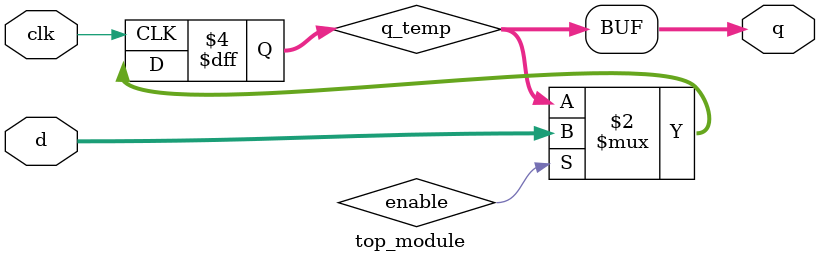
<source format=sv>
module top_module(
    input clk,
    input [7:0] d,
    output reg [7:0] q
);

reg [7:0] q_temp;

always @(posedge clk) begin
    if (enable) begin
        q_temp <= d;
    end
end

assign q = q_temp;

endmodule

</source>
